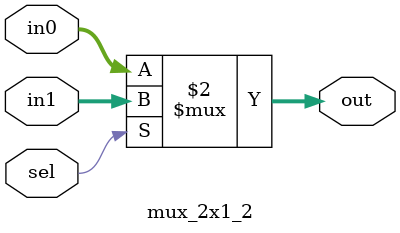
<source format=v>
module mux_2x1_2 (
    input  wire sel,
    input  wire [1:0] in0,
    input  wire [1:0] in1,
    output wire [1:0] out
);

    assign out = (sel == 1'b0) ? in0 : in1;

endmodule

</source>
